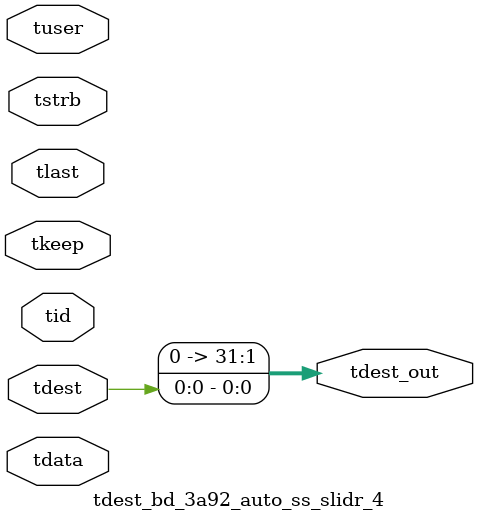
<source format=v>


`timescale 1ps/1ps

module tdest_bd_3a92_auto_ss_slidr_4 #
(
parameter C_S_AXIS_TDATA_WIDTH = 32,
parameter C_S_AXIS_TUSER_WIDTH = 0,
parameter C_S_AXIS_TID_WIDTH   = 0,
parameter C_S_AXIS_TDEST_WIDTH = 0,
parameter C_M_AXIS_TDEST_WIDTH = 32
)
(
input  [(C_S_AXIS_TDATA_WIDTH == 0 ? 1 : C_S_AXIS_TDATA_WIDTH)-1:0     ] tdata,
input  [(C_S_AXIS_TUSER_WIDTH == 0 ? 1 : C_S_AXIS_TUSER_WIDTH)-1:0     ] tuser,
input  [(C_S_AXIS_TID_WIDTH   == 0 ? 1 : C_S_AXIS_TID_WIDTH)-1:0       ] tid,
input  [(C_S_AXIS_TDEST_WIDTH == 0 ? 1 : C_S_AXIS_TDEST_WIDTH)-1:0     ] tdest,
input  [(C_S_AXIS_TDATA_WIDTH/8)-1:0 ] tkeep,
input  [(C_S_AXIS_TDATA_WIDTH/8)-1:0 ] tstrb,
input                                                                    tlast,
output [C_M_AXIS_TDEST_WIDTH-1:0] tdest_out
);

assign tdest_out = {tdest[0:0]};

endmodule


</source>
